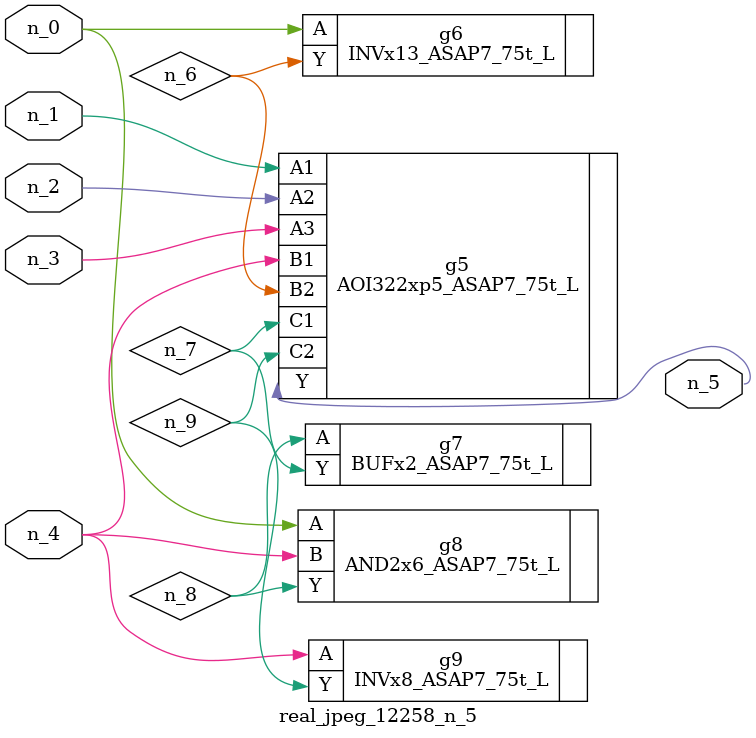
<source format=v>
module real_jpeg_12258_n_5 (n_4, n_0, n_1, n_2, n_3, n_5);

input n_4;
input n_0;
input n_1;
input n_2;
input n_3;

output n_5;

wire n_8;
wire n_6;
wire n_7;
wire n_9;

INVx13_ASAP7_75t_L g6 ( 
.A(n_0),
.Y(n_6)
);

AND2x6_ASAP7_75t_L g8 ( 
.A(n_0),
.B(n_4),
.Y(n_8)
);

AOI322xp5_ASAP7_75t_L g5 ( 
.A1(n_1),
.A2(n_2),
.A3(n_3),
.B1(n_4),
.B2(n_6),
.C1(n_7),
.C2(n_9),
.Y(n_5)
);

INVx8_ASAP7_75t_L g9 ( 
.A(n_4),
.Y(n_9)
);

BUFx2_ASAP7_75t_L g7 ( 
.A(n_8),
.Y(n_7)
);


endmodule
</source>
